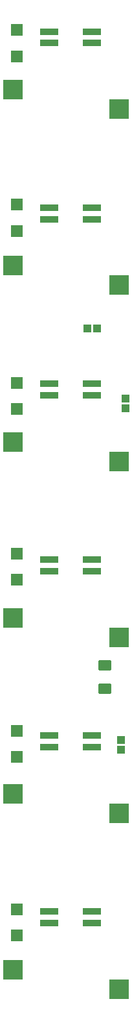
<source format=gbr>
G04 #@! TF.GenerationSoftware,KiCad,Pcbnew,(5.99.0-10337-g2ae264751f)*
G04 #@! TF.CreationDate,2021-04-30T16:38:17-07:00*
G04 #@! TF.ProjectId,single-col,73696e67-6c65-42d6-936f-6c2e6b696361,rev?*
G04 #@! TF.SameCoordinates,Original*
G04 #@! TF.FileFunction,Paste,Top*
G04 #@! TF.FilePolarity,Positive*
%FSLAX46Y46*%
G04 Gerber Fmt 4.6, Leading zero omitted, Abs format (unit mm)*
G04 Created by KiCad (PCBNEW (5.99.0-10337-g2ae264751f)) date 2021-04-30 16:38:17*
%MOMM*%
%LPD*%
G01*
G04 APERTURE LIST*
G04 Aperture macros list*
%AMRoundRect*
0 Rectangle with rounded corners*
0 $1 Rounding radius*
0 $2 $3 $4 $5 $6 $7 $8 $9 X,Y pos of 4 corners*
0 Add a 4 corners polygon primitive as box body*
4,1,4,$2,$3,$4,$5,$6,$7,$8,$9,$2,$3,0*
0 Add four circle primitives for the rounded corners*
1,1,$1+$1,$2,$3*
1,1,$1+$1,$4,$5*
1,1,$1+$1,$6,$7*
1,1,$1+$1,$8,$9*
0 Add four rect primitives between the rounded corners*
20,1,$1+$1,$2,$3,$4,$5,0*
20,1,$1+$1,$4,$5,$6,$7,0*
20,1,$1+$1,$6,$7,$8,$9,0*
20,1,$1+$1,$8,$9,$2,$3,0*%
G04 Aperture macros list end*
%ADD10R,2.400000X0.820000*%
%ADD11R,1.524000X1.524000*%
%ADD12R,2.550000X2.500000*%
%ADD13R,1.000000X1.000000*%
%ADD14RoundRect,0.250001X-0.624999X0.462499X-0.624999X-0.462499X0.624999X-0.462499X0.624999X0.462499X0*%
G04 APERTURE END LIST*
D10*
X125130200Y-77540400D03*
X119530200Y-77540400D03*
X119530200Y-76040400D03*
X125130200Y-76040400D03*
D11*
X115255200Y-52894400D03*
X115255200Y-56294400D03*
D12*
X128622700Y-177969400D03*
X114772700Y-175429400D03*
X128622700Y-155019400D03*
X114772700Y-152479400D03*
D11*
X115255200Y-167594400D03*
X115255200Y-170994400D03*
D10*
X125130200Y-54589400D03*
X119530200Y-54589400D03*
X119530200Y-53089400D03*
X125130200Y-53089400D03*
X125130200Y-146393400D03*
X119530200Y-146393400D03*
X119530200Y-144893400D03*
X125130200Y-144893400D03*
D11*
X115255200Y-121204400D03*
X115255200Y-124604400D03*
X115255200Y-144324400D03*
X115255200Y-147724400D03*
X115255200Y-98934400D03*
X115255200Y-102334400D03*
D13*
X129475200Y-100914400D03*
X129475200Y-102184400D03*
D12*
X128622700Y-132069400D03*
X114772700Y-129529400D03*
D10*
X125130200Y-123442400D03*
X119530200Y-123442400D03*
X119530200Y-121942400D03*
X125130200Y-121942400D03*
D13*
X125825200Y-91814400D03*
X124555200Y-91814400D03*
D12*
X128622700Y-63219400D03*
X114772700Y-60679400D03*
X128622700Y-86169400D03*
X114772700Y-83629400D03*
D13*
X128925200Y-145464400D03*
X128925200Y-146734400D03*
D12*
X128622700Y-109119400D03*
X114772700Y-106579400D03*
D14*
X126775200Y-135776900D03*
X126775200Y-138751900D03*
D10*
X125130200Y-100491400D03*
X119530200Y-100491400D03*
X119530200Y-98991400D03*
X125130200Y-98991400D03*
D11*
X115255200Y-75664400D03*
X115255200Y-79064400D03*
D10*
X125130200Y-169344400D03*
X119530200Y-169344400D03*
X119530200Y-167844400D03*
X125130200Y-167844400D03*
M02*

</source>
